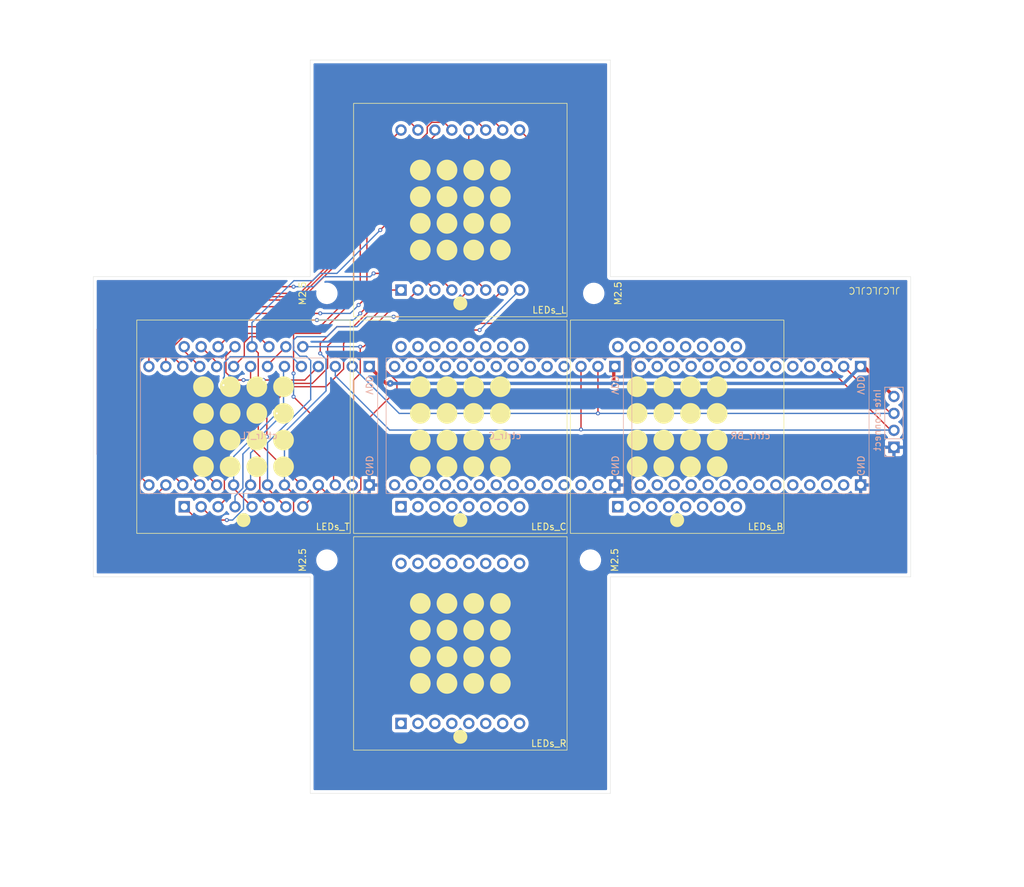
<source format=kicad_pcb>
(kicad_pcb (version 20241229) (generator "pcbnew") (generator_version "9.0")
  (layers (0 "F.Cu" signal) (2 "B.Cu" signal) (13 "F.Paste" user) (15 "B.Paste" user) (5 "F.SilkS" user "F.Silkscreen") (7 "B.SilkS" user "B.Silkscreen") (1 "F.Mask" user) (3 "B.Mask" user) (25 "Edge.Cuts" user))
  (net 0 "")
  (net 1 "GND")
  (net 2 "/SDA")
  (net 3 "+5V")
  (net 4 "/SCL")
  (net 5 "Net-(U1-A4)")
  (net 6 "Net-(U1-C0)")
  (net 7 "Net-(U1-A1)")
  (net 8 "Net-(U1-A7)")
  (net 9 "Net-(U1-C3)")
  (net 10 "Net-(U1-C7)")
  (net 11 "Net-(U1-A2)")
  (net 12 "Net-(U1-A0)")
  (net 13 "Net-(U1-A5)")
  (net 14 "Net-(U1-C5)")
  (net 15 "Net-(U1-C2)")
  (net 16 "Net-(U1-C4)")
  (net 17 "Net-(U1-A3)")
  (net 18 "Net-(U1-C1)")
  (net 19 "Net-(U1-C6)")
  (net 20 "Net-(U1-A6)")
  (net 21 "Net-(U3-C7)")
  (net 22 "Net-(U3-C6)")
  (net 23 "Net-(U3-C3)")
  (net 24 "Net-(U3-A12)")
  (net 25 "Net-(U3-A13)")
  (net 26 "Net-(U3-C5)")
  (net 27 "Net-(U3-C2)")
  (net 28 "Net-(U3-C1)")
  (net 29 "Net-(U3-C4)")
  (net 30 "Net-(U3-A10)")
  (net 31 "Net-(U3-C0)")
  (net 32 "Net-(U3-A11)")
  (net 33 "Net-(U3-A15)")
  (net 34 "Net-(U3-A8)")
  (net 35 "Net-(U3-A9)")
  (net 36 "Net-(U3-A14)")
  (net 37 "Net-(U3-A7)")
  (net 38 "Net-(U3-A0)")
  (net 39 "Net-(U3-A1)")
  (net 40 "Net-(U3-A2)")
  (net 41 "Net-(U3-A4)")
  (net 42 "Net-(U3-A6)")
  (net 43 "Net-(U3-A5)")
  (net 44 "Net-(U3-A3)")
  (net 45 "Net-(U1-A8)")
  (net 46 "Net-(U1-A11)")
  (net 47 "Net-(U1-A13)")
  (net 48 "Net-(U1-A12)")
  (net 49 "Net-(U1-A10)")
  (net 50 "Net-(U1-A15)")
  (net 51 "Net-(U1-A9)")
  (net 52 "Net-(U1-A14)")
  (net 53 "Net-(U7-C6)")
  (net 54 "Net-(U7-C7)")
  (net 55 "Net-(U7-A2)")
  (net 56 "Net-(U7-A6)")
  (net 57 "Net-(U7-C5)")
  (net 58 "Net-(U7-A1)")
  (net 59 "Net-(U7-A3)")
  (net 60 "Net-(U7-C1)")
  (net 61 "Net-(U7-C0)")
  (net 62 "Net-(U7-A0)")
  (net 63 "Net-(U7-C3)")
  (net 64 "Net-(U7-C2)")
  (net 65 "Net-(U7-A5)")
  (net 66 "Net-(U7-C4)")
  (net 67 "Net-(U7-A7)")
  (net 68 "Net-(U7-A4)")
  (footprint "lib_pharmacy:KWM-30881" (layer "F.Cu") (at 138.5 118.5)
    (property "Reference" "U5")
    (property "Value" "LEDs_R" (at 16 15 0) (layer "F.SilkS") (effects (justify right)))
    (pad "1" thru_hole rect (at -8.89 12 90) (size 1.7 1.7) (drill 1) (layers "*.Cu" "*.Mask") (net 29 "Net-(U3-C4)"))
    (pad "2" thru_hole circle (at -6.35 12 90) (size 1.7 1.7) (drill 1) (layers "*.Cu" "*.Mask") (net 22 "Net-(U3-C6)"))
    (pad "3" thru_hole circle (at -3.81 12 90) (size 1.7 1.7) (drill 1) (layers "*.Cu" "*.Mask") (net 39 "Net-(U3-A1)"))
    (pad "4" thru_hole circle (at -1.27 12 90) (size 1.7 1.7) (drill 1) (layers "*.Cu" "*.Mask") (net 40 "Net-(U3-A2)"))
    (pad "5" thru_hole circle (at 1.27 12 90) (size 1.7 1.7) (drill 1) (layers "*.Cu" "*.Mask") (net 21 "Net-(U3-C7)"))
    (pad "6" thru_hole circle (at 3.81 12 90) (size 1.7 1.7) (drill 1) (layers "*.Cu" "*.Mask") (net 41 "Net-(U3-A4)"))
    (pad "7" thru_hole circle (at 6.35 12 90) (size 1.7 1.7) (drill 1) (layers "*.Cu" "*.Mask") (net 26 "Net-(U3-C5)"))
    (pad "8" thru_hole circle (at 8.89 12 90) (size 1.7 1.7) (drill 1) (layers "*.Cu" "*.Mask") (net 27 "Net-(U3-C2)"))
    (pad "9" thru_hole circle (at 8.89 -12 90) (size 1.7 1.7) (drill 1) (layers "*.Cu" "*.Mask") (net 31 "Net-(U3-C0)"))
    (pad "10" thru_hole circle (at 6.35 -12 90) (size 1.7 1.7) (drill 1) (layers "*.Cu" "*.Mask") (net 44 "Net-(U3-A3)"))
    (pad "11" thru_hole circle (at 3.81 -12 90) (size 1.7 1.7) (drill 1) (layers "*.Cu" "*.Mask") (net 43 "Net-(U3-A5)"))
    (pad "12" thru_hole circle (at 1.27 -12 90) (size 1.7 1.7) (drill 1) (layers "*.Cu" "*.Mask") (net 23 "Net-(U3-C3)"))
    (pad "13" thru_hole circle (at -1.27 -12 90) (size 1.7 1.7) (drill 1) (layers "*.Cu" "*.Mask") (net 38 "Net-(U3-A0)"))
    (pad "14" thru_hole circle (at -3.81 -12 90) (size 1.7 1.7) (drill 1) (layers "*.Cu" "*.Mask") (net 28 "Net-(U3-C1)"))
    (pad "15" thru_hole circle (at -6.35 -12 90) (size 1.7 1.7) (drill 1) (layers "*.Cu" "*.Mask") (net 42 "Net-(U3-A6)"))
    (pad "16" thru_hole circle (at -8.89 -12 90) (size 1.7 1.7) (drill 1) (layers "*.Cu" "*.Mask") (net 37 "Net-(U3-A7)"))
  )
  (footprint "MountingHole:MountingHole_2.7mm_M2.5" (layer "F.Cu") (at 118.5 106 -90)
    (property "Reference" "H3" (hide yes))
    (property "Value" "M2.5" (at 0 3.65 90) (layer "F.SilkS"))
    (pad "" np_thru_hole circle (at 0 0 270) (size 2.7 2.7) (drill 2.7) (layers "*.Cu" "*.Mask"))
  )
  (footprint "lib_pharmacy:KWM-30881" (layer "F.Cu") (at 138.5 53.5)
    (property "Reference" "U6")
    (property "Value" "LEDs_L" (at 16 15 0) (layer "F.SilkS") (effects (justify right)))
    (pad "1" thru_hole rect (at -8.89 12 90) (size 1.7 1.7) (drill 1) (layers "*.Cu" "*.Mask") (net 16 "Net-(U1-C4)"))
    (pad "2" thru_hole circle (at -6.35 12 90) (size 1.7 1.7) (drill 1) (layers "*.Cu" "*.Mask") (net 19 "Net-(U1-C6)"))
    (pad "3" thru_hole circle (at -3.81 12 90) (size 1.7 1.7) (drill 1) (layers "*.Cu" "*.Mask") (net 51 "Net-(U1-A9)"))
    (pad "4" thru_hole circle (at -1.27 12 90) (size 1.7 1.7) (drill 1) (layers "*.Cu" "*.Mask") (net 49 "Net-(U1-A10)"))
    (pad "5" thru_hole circle (at 1.27 12 90) (size 1.7 1.7) (drill 1) (layers "*.Cu" "*.Mask") (net 10 "Net-(U1-C7)"))
    (pad "6" thru_hole circle (at 3.81 12 90) (size 1.7 1.7) (drill 1) (layers "*.Cu" "*.Mask") (net 48 "Net-(U1-A12)"))
    (pad "7" thru_hole circle (at 6.35 12 90) (size 1.7 1.7) (drill 1) (layers "*.Cu" "*.Mask") (net 14 "Net-(U1-C5)"))
    (pad "8" thru_hole circle (at 8.89 12 90) (size 1.7 1.7) (drill 1) (layers "*.Cu" "*.Mask") (net 15 "Net-(U1-C2)"))
    (pad "9" thru_hole circle (at 8.89 -12 90) (size 1.7 1.7) (drill 1) (layers "*.Cu" "*.Mask") (net 6 "Net-(U1-C0)"))
    (pad "10" thru_hole circle (at 6.35 -12 90) (size 1.7 1.7) (drill 1) (layers "*.Cu" "*.Mask") (net 46 "Net-(U1-A11)"))
    (pad "11" thru_hole circle (at 3.81 -12 90) (size 1.7 1.7) (drill 1) (layers "*.Cu" "*.Mask") (net 47 "Net-(U1-A13)"))
    (pad "12" thru_hole circle (at 1.27 -12 90) (size 1.7 1.7) (drill 1) (layers "*.Cu" "*.Mask") (net 9 "Net-(U1-C3)"))
    (pad "13" thru_hole circle (at -1.27 -12 90) (size 1.7 1.7) (drill 1) (layers "*.Cu" "*.Mask") (net 45 "Net-(U1-A8)"))
    (pad "14" thru_hole circle (at -3.81 -12 90) (size 1.7 1.7) (drill 1) (layers "*.Cu" "*.Mask") (net 18 "Net-(U1-C1)"))
    (pad "15" thru_hole circle (at -6.35 -12 90) (size 1.7 1.7) (drill 1) (layers "*.Cu" "*.Mask") (net 52 "Net-(U1-A14)"))
    (pad "16" thru_hole circle (at -8.89 -12 90) (size 1.7 1.7) (drill 1) (layers "*.Cu" "*.Mask") (net 50 "Net-(U1-A15)"))
  )
  (footprint "MountingHole:MountingHole_2.7mm_M2.5" (layer "F.Cu") (at 158 106 90)
    (property "Reference" "H4" (hide yes))
    (property "Value" "M2.5" (at 0 3.65 90) (layer "F.SilkS"))
    (pad "" np_thru_hole circle (at 0 0 90) (size 2.7 2.7) (drill 2.7) (layers "*.Cu" "*.Mask"))
  )
  (footprint "lib_pharmacy:KWM-30881" (layer "F.Cu") (at 138.5 86)
    (property "Reference" "U9")
    (property "Value" "LEDs_C" (at 16 15 0) (layer "F.SilkS") (effects (justify right)))
    (pad "1" thru_hole rect (at -8.89 12 90) (size 1.7 1.7) (drill 1) (layers "*.Cu" "*.Mask") (net 66 "Net-(U7-C4)"))
    (pad "2" thru_hole circle (at -6.35 12 90) (size 1.7 1.7) (drill 1) (layers "*.Cu" "*.Mask") (net 53 "Net-(U7-C6)"))
    (pad "3" thru_hole circle (at -3.81 12 90) (size 1.7 1.7) (drill 1) (layers "*.Cu" "*.Mask") (net 58 "Net-(U7-A1)"))
    (pad "4" thru_hole circle (at -1.27 12 90) (size 1.7 1.7) (drill 1) (layers "*.Cu" "*.Mask") (net 55 "Net-(U7-A2)"))
    (pad "5" thru_hole circle (at 1.27 12 90) (size 1.7 1.7) (drill 1) (layers "*.Cu" "*.Mask") (net 54 "Net-(U7-C7)"))
    (pad "6" thru_hole circle (at 3.81 12 90) (size 1.7 1.7) (drill 1) (layers "*.Cu" "*.Mask") (net 68 "Net-(U7-A4)"))
    (pad "7" thru_hole circle (at 6.35 12 90) (size 1.7 1.7) (drill 1) (layers "*.Cu" "*.Mask") (net 57 "Net-(U7-C5)"))
    (pad "8" thru_hole circle (at 8.89 12 90) (size 1.7 1.7) (drill 1) (layers "*.Cu" "*.Mask") (net 64 "Net-(U7-C2)"))
    (pad "9" thru_hole circle (at 8.89 -12 90) (size 1.7 1.7) (drill 1) (layers "*.Cu" "*.Mask") (net 61 "Net-(U7-C0)"))
    (pad "10" thru_hole circle (at 6.35 -12 90) (size 1.7 1.7) (drill 1) (layers "*.Cu" "*.Mask") (net 59 "Net-(U7-A3)"))
    (pad "11" thru_hole circle (at 3.81 -12 90) (size 1.7 1.7) (drill 1) (layers "*.Cu" "*.Mask") (net 65 "Net-(U7-A5)"))
    (pad "12" thru_hole circle (at 1.27 -12 90) (size 1.7 1.7) (drill 1) (layers "*.Cu" "*.Mask") (net 63 "Net-(U7-C3)"))
    (pad "13" thru_hole circle (at -1.27 -12 90) (size 1.7 1.7) (drill 1) (layers "*.Cu" "*.Mask") (net 62 "Net-(U7-A0)"))
    (pad "14" thru_hole circle (at -3.81 -12 90) (size 1.7 1.7) (drill 1) (layers "*.Cu" "*.Mask") (net 60 "Net-(U7-C1)"))
    (pad "15" thru_hole circle (at -6.35 -12 90) (size 1.7 1.7) (drill 1) (layers "*.Cu" "*.Mask") (net 56 "Net-(U7-A6)"))
    (pad "16" thru_hole circle (at -8.89 -12 90) (size 1.7 1.7) (drill 1) (layers "*.Cu" "*.Mask") (net 67 "Net-(U7-A7)"))
  )
  (footprint "MountingHole:MountingHole_2.7mm_M2.5" (layer "F.Cu") (at 158.5 66 90)
    (property "Reference" "H2" (hide yes))
    (property "Value" "M2.5" (at 0 3.65 90) (layer "F.SilkS"))
    (pad "" np_thru_hole circle (at 0 0 90) (size 2.7 2.7) (drill 2.7) (layers "*.Cu" "*.Mask"))
  )
  (footprint "lib_pharmacy:KWM-30881" (layer "F.Cu") (at 106 86)
    (property "Reference" "U2")
    (property "Value" "LEDs_T" (at 16 15 0) (layer "F.SilkS") (effects (justify right)))
    (pad "1" thru_hole rect (at -8.89 12 90) (size 1.7 1.7) (drill 1) (layers "*.Cu" "*.Mask") (net 16 "Net-(U1-C4)"))
    (pad "2" thru_hole circle (at -6.35 12 90) (size 1.7 1.7) (drill 1) (layers "*.Cu" "*.Mask") (net 19 "Net-(U1-C6)"))
    (pad "3" thru_hole circle (at -3.81 12 90) (size 1.7 1.7) (drill 1) (layers "*.Cu" "*.Mask") (net 7 "Net-(U1-A1)"))
    (pad "4" thru_hole circle (at -1.27 12 90) (size 1.7 1.7) (drill 1) (layers "*.Cu" "*.Mask") (net 11 "Net-(U1-A2)"))
    (pad "5" thru_hole circle (at 1.27 12 90) (size 1.7 1.7) (drill 1) (layers "*.Cu" "*.Mask") (net 10 "Net-(U1-C7)"))
    (pad "6" thru_hole circle (at 3.81 12 90) (size 1.7 1.7) (drill 1) (layers "*.Cu" "*.Mask") (net 5 "Net-(U1-A4)"))
    (pad "7" thru_hole circle (at 6.35 12 90) (size 1.7 1.7) (drill 1) (layers "*.Cu" "*.Mask") (net 14 "Net-(U1-C5)"))
    (pad "8" thru_hole circle (at 8.89 12 90) (size 1.7 1.7) (drill 1) (layers "*.Cu" "*.Mask") (net 15 "Net-(U1-C2)"))
    (pad "9" thru_hole circle (at 8.89 -12 90) (size 1.7 1.7) (drill 1) (layers "*.Cu" "*.Mask") (net 6 "Net-(U1-C0)"))
    (pad "10" thru_hole circle (at 6.35 -12 90) (size 1.7 1.7) (drill 1) (layers "*.Cu" "*.Mask") (net 17 "Net-(U1-A3)"))
    (pad "11" thru_hole circle (at 3.81 -12 90) (size 1.7 1.7) (drill 1) (layers "*.Cu" "*.Mask") (net 13 "Net-(U1-A5)"))
    (pad "12" thru_hole circle (at 1.27 -12 90) (size 1.7 1.7) (drill 1) (layers "*.Cu" "*.Mask") (net 9 "Net-(U1-C3)"))
    (pad "13" thru_hole circle (at -1.27 -12 90) (size 1.7 1.7) (drill 1) (layers "*.Cu" "*.Mask") (net 12 "Net-(U1-A0)"))
    (pad "14" thru_hole circle (at -3.81 -12 90) (size 1.7 1.7) (drill 1) (layers "*.Cu" "*.Mask") (net 18 "Net-(U1-C1)"))
    (pad "15" thru_hole circle (at -6.35 -12 90) (size 1.7 1.7) (drill 1) (layers "*.Cu" "*.Mask") (net 20 "Net-(U1-A6)"))
    (pad "16" thru_hole circle (at -8.89 -12 90) (size 1.7 1.7) (drill 1) (layers "*.Cu" "*.Mask") (net 8 "Net-(U1-A7)"))
  )
  (footprint "MountingHole:MountingHole_2.7mm_M2.5" (layer "F.Cu") (at 118.5 66 -90)
    (property "Reference" "H1" (hide yes))
    (property "Value" "M2.5" (at 0 3.65 90) (layer "F.SilkS"))
    (pad "" np_thru_hole circle (at 0 0 270) (size 2.7 2.7) (drill 2.7) (layers "*.Cu" "*.Mask"))
  )
  (footprint "lib_pharmacy:KWM-30881" (layer "F.Cu") (at 171 86)
    (property "Reference" "U4")
    (property "Value" "LEDs_B" (at 16 15 0) (layer "F.SilkS") (effects (justify right)))
    (pad "1" thru_hole rect (at -8.89 12 90) (size 1.7 1.7) (drill 1) (layers "*.Cu" "*.Mask") (net 29 "Net-(U3-C4)"))
    (pad "2" thru_hole circle (at -6.35 12 90) (size 1.7 1.7) (drill 1) (layers "*.Cu" "*.Mask") (net 22 "Net-(U3-C6)"))
    (pad "3" thru_hole circle (at -3.81 12 90) (size 1.7 1.7) (drill 1) (layers "*.Cu" "*.Mask") (net 35 "Net-(U3-A9)"))
    (pad "4" thru_hole circle (at -1.27 12 90) (size 1.7 1.7) (drill 1) (layers "*.Cu" "*.Mask") (net 30 "Net-(U3-A10)"))
    (pad "5" thru_hole circle (at 1.27 12 90) (size 1.7 1.7) (drill 1) (layers "*.Cu" "*.Mask") (net 21 "Net-(U3-C7)"))
    (pad "6" thru_hole circle (at 3.81 12 90) (size 1.7 1.7) (drill 1) (layers "*.Cu" "*.Mask") (net 24 "Net-(U3-A12)"))
    (pad "7" thru_hole circle (at 6.35 12 90) (size 1.7 1.7) (drill 1) (layers "*.Cu" "*.Mask") (net 26 "Net-(U3-C5)"))
    (pad "8" thru_hole circle (at 8.89 12 90) (size 1.7 1.7) (drill 1) (layers "*.Cu" "*.Mask") (net 27 "Net-(U3-C2)"))
    (pad "9" thru_hole circle (at 8.89 -12 90) (size 1.7 1.7) (drill 1) (layers "*.Cu" "*.Mask") (net 31 "Net-(U3-C0)"))
    (pad "10" thru_hole circle (at 6.35 -12 90) (size 1.7 1.7) (drill 1) (layers "*.Cu" "*.Mask") (net 32 "Net-(U3-A11)"))
    (pad "11" thru_hole circle (at 3.81 -12 90) (size 1.7 1.7) (drill 1) (layers "*.Cu" "*.Mask") (net 25 "Net-(U3-A13)"))
    (pad "12" thru_hole circle (at 1.27 -12 90) (size 1.7 1.7) (drill 1) (layers "*.Cu" "*.Mask") (net 23 "Net-(U3-C3)"))
    (pad "13" thru_hole circle (at -1.27 -12 90) (size 1.7 1.7) (drill 1) (layers "*.Cu" "*.Mask") (net 34 "Net-(U3-A8)"))
    (pad "14" thru_hole circle (at -3.81 -12 90) (size 1.7 1.7) (drill 1) (layers "*.Cu" "*.Mask") (net 28 "Net-(U3-C1)"))
    (pad "15" thru_hole circle (at -6.35 -12 90) (size 1.7 1.7) (drill 1) (layers "*.Cu" "*.Mask") (net 36 "Net-(U3-A14)"))
    (pad "16" thru_hole circle (at -8.89 -12 90) (size 1.7 1.7) (drill 1) (layers "*.Cu" "*.Mask") (net 33 "Net-(U3-A15)"))
  )
  (footprint "lib_pharmacy:HT16K33" (layer "B.Cu") (at 161.67 94.742 180)
    (property "Reference" "U7")
    (property "Value" "ctrlr_C" (at 16.51 7.39 0) (layer "B.SilkS") (effects (justify mirror)))
    (fp_text user "GND" (at 0 1.27 270) (layer "B.SilkS") (effects (justify left mirror)))
    (fp_text user "VDD" (at 0 16.51 270) (layer "B.SilkS") (effects (justify right mirror)))
    (pad "1" thru_hole rect (at 0 0 90) (size 1.7 1.7) (drill 1) (layers "*.Cu" "*.Mask") (net 1 "GND"))
    (pad "2" thru_hole circle (at 2.54 0 90) (size 1.7 1.7) (drill 1) (layers "*.Cu" "*.Mask") (net 61 "Net-(U7-C0)"))
    (pad "3" thru_hole circle (at 5.08 0 90) (size 1.7 1.7) (drill 1) (layers "*.Cu" "*.Mask") (net 60 "Net-(U7-C1)"))
    (pad "4" thru_hole circle (at 7.62 0 90) (size 1.7 1.7) (drill 1) (layers "*.Cu" "*.Mask") (net 64 "Net-(U7-C2)"))
    (pad "5" thru_hole circle (at 10.16 0 90) (size 1.7 1.7) (drill 1) (layers "*.Cu" "*.Mask") (net 63 "Net-(U7-C3)"))
    (pad "6" thru_hole circle (at 12.7 0 90) (size 1.7 1.7) (drill 1) (layers "*.Cu" "*.Mask") (net 66 "Net-(U7-C4)"))
    (pad "7" thru_hole circle (at 15.24 0 90) (size 1.7 1.7) (drill 1) (layers "*.Cu" "*.Mask") (net 57 "Net-(U7-C5)"))
    (pad "8" thru_hole circle (at 17.78 0 90) (size 1.7 1.7) (drill 1) (layers "*.Cu" "*.Mask") (net 53 "Net-(U7-C6)"))
    (pad "9" thru_hole circle (at 20.32 0 90) (size 1.7 1.7) (drill 1) (layers "*.Cu" "*.Mask") (net 54 "Net-(U7-C7)"))
    (pad "10" thru_hole circle (at 22.86 0 90) (size 1.7 1.7) (drill 1) (layers "*.Cu" "*.Mask"))
    (pad "11" thru_hole circle (at 25.4 0 90) (size 1.7 1.7) (drill 1) (layers "*.Cu" "*.Mask"))
    (pad "12" thru_hole circle (at 27.94 0 90) (size 1.7 1.7) (drill 1) (layers "*.Cu" "*.Mask"))
    (pad "13" thru_hole circle (at 30.48 0 90) (size 1.7 1.7) (drill 1) (layers "*.Cu" "*.Mask"))
    (pad "14" thru_hole circle (at 33.02 0 90) (size 1.7 1.7) (drill 1) (layers "*.Cu" "*.Mask"))
    (pad "15" thru_hole circle (at 33.02 17.78 90) (size 1.7 1.7) (drill 1) (layers "*.Cu" "*.Mask"))
    (pad "16" thru_hole circle (at 30.48 17.78 90) (size 1.7 1.7) (drill 1) (layers "*.Cu" "*.Mask"))
    (pad "17" thru_hole circle (at 27.94 17.78 90) (size 1.7 1.7) (drill 1) (layers "*.Cu" "*.Mask"))
    (pad "18" thru_hole circle (at 25.4 17.78 90) (size 1.7 1.7) (drill 1) (layers "*.Cu" "*.Mask") (net 67 "Net-(U7-A7)"))
    (pad "19" thru_hole circle (at 22.86 17.78 90) (size 1.7 1.7) (drill 1) (layers "*.Cu" "*.Mask") (net 56 "Net-(U7-A6)"))
    (pad "20" thru_hole circle (at 20.32 17.78 90) (size 1.7 1.7) (drill 1) (layers "*.Cu" "*.Mask") (net 65 "Net-(U7-A5)"))
    (pad "21" thru_hole circle (at 17.78 17.78 90) (size 1.7 1.7) (drill 1) (layers "*.Cu" "*.Mask") (net 68 "Net-(U7-A4)"))
    (pad "22" thru_hole circle (at 15.24 17.78 90) (size 1.7 1.7) (drill 1) (layers "*.Cu" "*.Mask") (net 59 "Net-(U7-A3)"))
    (pad "23" thru_hole circle (at 12.7 17.78 90) (size 1.7 1.7) (drill 1) (layers "*.Cu" "*.Mask") (net 55 "Net-(U7-A2)"))
    (pad "24" thru_hole circle (at 10.16 17.78 90) (size 1.7 1.7) (drill 1) (layers "*.Cu" "*.Mask") (net 58 "Net-(U7-A1)"))
    (pad "25" thru_hole circle (at 7.62 17.78 90) (size 1.7 1.7) (drill 1) (layers "*.Cu" "*.Mask") (net 62 "Net-(U7-A0)"))
    (pad "26" thru_hole circle (at 5.08 17.78 90) (size 1.7 1.7) (drill 1) (layers "*.Cu" "*.Mask") (net 4 "/SCL"))
    (pad "27" thru_hole circle (at 2.54 17.78 90) (size 1.7 1.7) (drill 1) (layers "*.Cu" "*.Mask") (net 2 "/SDA"))
    (pad "28" thru_hole rect (at 0 17.78 90) (size 1.7 1.7) (drill 1) (layers "*.Cu" "*.Mask") (net 3 "+5V"))
  )
  (footprint "lib_pharmacy:HT16K33" (layer "B.Cu") (at 124.84 94.742 180)
    (property "Reference" "U1")
    (property "Value" "ctrlr_TL" (at 16.51 7.39 0) (layer "B.SilkS") (effects (justify mirror)))
    (fp_text user "VDD" (at 0 16.51 270) (layer "B.SilkS") (effects (justify right mirror)))
    (fp_text user "GND" (at 0 1.27 270) (layer "B.SilkS") (effects (justify left mirror)))
    (pad "1" thru_hole rect (at 0 0 90) (size 1.7 1.7) (drill 1) (layers "*.Cu" "*.Mask") (net 1 "GND"))
    (pad "2" thru_hole circle (at 2.54 0 90) (size 1.7 1.7) (drill 1) (layers "*.Cu" "*.Mask") (net 6 "Net-(U1-C0)"))
    (pad "3" thru_hole circle (at 5.08 0 90) (size 1.7 1.7) (drill 1) (layers "*.Cu" "*.Mask") (net 18 "Net-(U1-C1)"))
    (pad "4" thru_hole circle (at 7.62 0 90) (size 1.7 1.7) (drill 1) (layers "*.Cu" "*.Mask") (net 15 "Net-(U1-C2)"))
    (pad "5" thru_hole circle (at 10.16 0 90) (size 1.7 1.7) (drill 1) (layers "*.Cu" "*.Mask") (net 9 "Net-(U1-C3)"))
    (pad "6" thru_hole circle (at 12.7 0 90) (size 1.7 1.7) (drill 1) (layers "*.Cu" "*.Mask") (net 16 "Net-(U1-C4)"))
    (pad "7" thru_hole circle (at 15.24 0 90) (size 1.7 1.7) (drill 1) (layers "*.Cu" "*.Mask") (net 14 "Net-(U1-C5)"))
    (pad "8" thru_hole circle (at 17.78 0 90) (size 1.7 1.7) (drill 1) (layers "*.Cu" "*.Mask") (net 19 "Net-(U1-C6)"))
    (pad "9" thru_hole circle (at 20.32 0 90) (size 1.7 1.7) (drill 1) (layers "*.Cu" "*.Mask") (net 10 "Net-(U1-C7)"))
    (pad "10" thru_hole circle (at 22.86 0 90) (size 1.7 1.7) (drill 1) (layers "*.Cu" "*.Mask") (net 50 "Net-(U1-A15)"))
    (pad "11" thru_hole circle (at 25.4 0 90) (size 1.7 1.7) (drill 1) (layers "*.Cu" "*.Mask") (net 52 "Net-(U1-A14)"))
    (pad "12" thru_hole circle (at 27.94 0 90) (size 1.7 1.7) (drill 1) (layers "*.Cu" "*.Mask") (net 47 "Net-(U1-A13)"))
    (pad "13" thru_hole circle (at 30.48 0 90) (size 1.7 1.7) (drill 1) (layers "*.Cu" "*.Mask") (net 48 "Net-(U1-A12)"))
    (pad "14" thru_hole circle (at 33.02 0 90) (size 1.7 1.7) (drill 1) (layers "*.Cu" "*.Mask") (net 46 "Net-(U1-A11)"))
    (pad "15" thru_hole circle (at 33.02 17.78 90) (size 1.7 1.7) (drill 1) (layers "*.Cu" "*.Mask") (net 49 "Net-(U1-A10)"))
    (pad "16" thru_hole circle (at 30.48 17.78 90) (size 1.7 1.7) (drill 1) (layers "*.Cu" "*.Mask") (net 51 "Net-(U1-A9)"))
    (pad "17" thru_hole circle (at 27.94 17.78 90) (size 1.7 1.7) (drill 1) (layers "*.Cu" "*.Mask") (net 45 "Net-(U1-A8)"))
    (pad "18" thru_hole circle (at 25.4 17.78 90) (size 1.7 1.7) (drill 1) (layers "*.Cu" "*.Mask") (net 8 "Net-(U1-A7)"))
    (pad "19" thru_hole circle (at 22.86 17.78 90) (size 1.7 1.7) (drill 1) (layers "*.Cu" "*.Mask") (net 20 "Net-(U1-A6)"))
    (pad "20" thru_hole circle (at 20.32 17.78 90) (size 1.7 1.7) (drill 1) (layers "*.Cu" "*.Mask") (net 13 "Net-(U1-A5)"))
    (pad "21" thru_hole circle (at 17.78 17.78 90) (size 1.7 1.7) (drill 1) (layers "*.Cu" "*.Mask") (net 5 "Net-(U1-A4)"))
    (pad "22" thru_hole circle (at 15.24 17.78 90) (size 1.7 1.7) (drill 1) (layers "*.Cu" "*.Mask") (net 17 "Net-(U1-A3)"))
    (pad "23" thru_hole circle (at 12.7 17.78 90) (size 1.7 1.7) (drill 1) (layers "*.Cu" "*.Mask") (net 11 "Net-(U1-A2)"))
    (pad "24" thru_hole circle (at 10.16 17.78 90) (size 1.7 1.7) (drill 1) (layers "*.Cu" "*.Mask") (net 7 "Net-(U1-A1)"))
    (pad "25" thru_hole circle (at 7.62 17.78 90) (size 1.7 1.7) (drill 1) (layers "*.Cu" "*.Mask") (net 12 "Net-(U1-A0)"))
    (pad "26" thru_hole circle (at 5.08 17.78 90) (size 1.7 1.7) (drill 1) (layers "*.Cu" "*.Mask") (net 4 "/SCL"))
    (pad "27" thru_hole circle (at 2.54 17.78 90) (size 1.7 1.7) (drill 1) (layers "*.Cu" "*.Mask") (net 2 "/SDA"))
    (pad "28" thru_hole rect (at 0 17.78 90) (size 1.7 1.7) (drill 1) (layers "*.Cu" "*.Mask") (net 3 "+5V"))
  )
  (footprint "Connector_PinHeader_2.54mm:PinHeader_1x04_P2.54mm_Vertical" (layer "B.Cu") (at 203.5 89.08)
    (property "Reference" "J2")
    (property "Value" "Interconnect" (at -2.5 -4.08 90) (layer "B.SilkS") (effects (justify mirror)))
    (pad "1" thru_hole rect (at 0 0) (size 1.7 1.7) (drill 1) (layers "*.Cu" "*.Mask") (net 1 "GND"))
    (pad "2" thru_hole circle (at 0 -2.54) (size 1.7 1.7) (drill 1) (layers "*.Cu" "*.Mask") (net 4 "/SCL"))
    (pad "3" thru_hole circle (at 0 -5.08) (size 1.7 1.7) (drill 1) (layers "*.Cu" "*.Mask") (net 2 "/SDA"))
    (pad "4" thru_hole circle (at 0 -7.62) (size 1.7 1.7) (drill 1) (layers "*.Cu" "*.Mask") (net 3 "+5V"))
  )
  (footprint "lib_pharmacy:HT16K33" (layer "B.Cu") (at 198.5 94.742 180)
    (property "Reference" "U3")
    (property "Value" "ctrlr_BR" (at 16.51 7.39 0) (layer "B.SilkS") (effects (justify mirror)))
    (fp_text user "GND" (at 0 1.27 270) (layer "B.SilkS") (effects (justify left mirror)))
    (fp_text user "VDD" (at 0 16.51 270) (layer "B.SilkS") (effects (justify right mirror)))
    (pad "1" thru_hole rect (at 0 0 90) (size 1.7 1.7) (drill 1) (layers "*.Cu" "*.Mask") (net 1 "GND"))
    (pad "2" thru_hole circle (at 2.54 0 90) (size 1.7 1.7) (drill 1) (layers "*.Cu" "*.Mask") (net 31 "Net-(U3-C0)"))
    (pad "3" thru_hole circle (at 5.08 0 90) (size 1.7 1.7) (drill 1) (layers "*.Cu" "*.Mask") (net 28 "Net-(U3-C1)"))
    (pad "4" thru_hole circle (at 7.62 0 90) (size 1.7 1.7) (drill 1) (layers "*.Cu" "*.Mask") (net 27 "Net-(U3-C2)"))
    (pad "5" thru_hole circle (at 10.16 0 90) (size 1.7 1.7) (drill 1) (layers "*.Cu" "*.Mask") (net 23 "Net-(U3-C3)"))
    (pad "6" thru_hole circle (at 12.7 0 90) (size 1.7 1.7) (drill 1) (layers "*.Cu" "*.Mask") (net 29 "Net-(U3-C4)"))
    (pad "7" thru_hole circle (at 15.24 0 90) (size 1.7 1.7) (drill 1) (layers "*.Cu" "*.Mask") (net 26 "Net-(U3-C5)"))
    (pad "8" thru_hole circle (at 17.78 0 90) (size 1.7 1.7) (drill 1) (layers "*.Cu" "*.Mask") (net 22 "Net-(U3-C6)"))
    (pad "9" thru_hole circle (at 20.32 0 90) (size 1.7 1.7) (drill 1) (layers "*.Cu" "*.Mask") (net 21 "Net-(U3-C7)"))
    (pad "10" thru_hole circle (at 22.86 0 90) (size 1.7 1.7) (drill 1) (layers "*.Cu" "*.Mask") (net 33 "Net-(U3-A15)"))
    (pad "11" thru_hole circle (at 25.4 0 90) (size 1.7 1.7) (drill 1) (layers "*.Cu" "*.Mask") (net 36 "Net-(U3-A14)"))
    (pad "12" thru_hole circle (at 27.94 0 90) (size 1.7 1.7) (drill 1) (layers "*.Cu" "*.Mask") (net 25 "Net-(U3-A13)"))
    (pad "13" thru_hole circle (at 30.48 0 90) (size 1.7 1.7) (drill 1) (layers "*.Cu" "*.Mask") (net 24 "Net-(U3-A12)"))
    (pad "14" thru_hole circle (at 33.02 0 90) (size 1.7 1.7) (drill 1) (layers "*.Cu" "*.Mask") (net 32 "Net-(U3-A11)"))
    (pad "15" thru_hole circle (at 33.02 17.78 90) (size 1.7 1.7) (drill 1) (layers "*.Cu" "*.Mask") (net 30 "Net-(U3-A10)"))
    (pad "16" thru_hole circle (at 30.48 17.78 90) (size 1.7 1.7) (drill 1) (layers "*.Cu" "*.Mask") (net 35 "Net-(U3-A9)"))
    (pad "17" thru_hole circle (at 27.94 17.78 90) (size 1.7 1.7) (drill 1) (layers "*.Cu" "*.Mask") (net 34 "Net-(U3-A8)"))
    (pad "18" thru_hole circle (at 25.4 17.78 90) (size 1.7 1.7) (drill 1) (layers "*.Cu" "*.Mask") (net 37 "Net-(U3-A7)"))
    (pad "19" thru_hole circle (at 22.86 17.78 90) (size 1.7 1.7) (drill 1) (layers "*.Cu" "*.Mask") (net 42 "Net-(U3-A6)"))
    (pad "20" thru_hole circle (at 20.32 17.78 90) (size 1.7 1.7) (drill 1) (layers "*.Cu" "*.Mask") (net 43 "Net-(U3-A5)"))
    (pad "21" thru_hole circle (at 17.78 17.78 90) (size 1.7 1.7) (drill 1) (layers "*.Cu" "*.Mask") (net 41 "Net-(U3-A4)"))
    (pad "22" thru_hole circle (at 15.24 17.78 90) (size 1.7 1.7) (drill 1) (layers "*.Cu" "*.Mask") (net 44 "Net-(U3-A3)"))
    (pad "23" thru_hole circle (at 12.7 17.78 90) (size 1.7 1.7) (drill 1) (layers "*.Cu" "*.Mask") (net 40 "Net-(U3-A2)"))
    (pad "24" thru_hole circle (at 10.16 17.78 90) (size 1.7 1.7) (drill 1) (layers "*.Cu" "*.Mask") (net 39 "Net-(U3-A1)"))
    (pad "25" thru_hole circle (at 7.62 17.78 90) (size 1.7 1.7) (drill 1) (layers "*.Cu" "*.Mask") (net 38 "Net-(U3-A0)"))
    (pad "26" thru_hole circle (at 5.08 17.78 90) (size 1.7 1.7) (drill 1) (layers "*.Cu" "*.Mask") (net 4 "/SCL"))
    (pad "27" thru_hole circle (at 2.54 17.78 90) (size 1.7 1.7) (drill 1) (layers "*.Cu" "*.Mask") (net 2 "/SDA"))
    (pad "28" thru_hole rect (at 0 17.78 90) (size 1.7 1.7) (drill 1) (layers "*.Cu" "*.Mask") (net 3 "+5V"))
  )
  (gr_line (start 83.5 108.5) (end 83.5 63.5) (stroke (width 0.05)) (layer "Edge.Cuts"))
  (gr_line (start 161 63.5) (end 206 63.5) (stroke (width 0.05)) (layer "Edge.Cuts"))
  (gr_line (start 161 141) (end 116 141) (stroke (width 0.05)) (layer "Edge.Cuts"))
  (gr_line (start 206 108.5) (end 161 108.5) (stroke (width 0.05)) (layer "Edge.Cuts"))
  (gr_line (start 116 108.5) (end 83.5 108.5) (stroke (width 0.05)) (layer "Edge.Cuts"))
  (gr_line (start 161 108.5) (end 161 141) (stroke (width 0.05)) (layer "Edge.Cuts"))
  (gr_line (start 206 63.5) (end 206 108.5) (stroke (width 0.05)) (layer "Edge.Cuts"))
  (gr_line (start 116 63.5) (end 116 31) (stroke (width 0.05)) (layer "Edge.Cuts"))
  (gr_line (start 116 31) (end 161 31) (stroke (width 0.05)) (layer "Edge.Cuts"))
  (gr_line (start 116 141) (end 116 108.5) (stroke (width 0.05)) (layer "Edge.Cuts"))
  (gr_line (start 83.5 63.5) (end 116 63.5) (stroke (width 0.05)) (layer "Edge.Cuts"))
  (gr_line (start 161 63.5) (end 161 31) (stroke (width 0.05)) (layer "Edge.Cuts"))
  (gr_text "JLCJLCJLC" (at 204.5 65 180) (layer "F.SilkS") (effects (font (size 1 1) (thickness 0.125)) (justify left bottom)))
  (segment (start 203.5 89.08) (end 203.5 89.742) (width 0.2) (layer "F.Cu") (net 1))
  (segment (start 202.998 84) (end 195.96 76.962) (width 0.2) (layer "F.Cu") (net 2))
  (segment (start 203.5 84) (end 202.998 84) (width 0.2) (layer "F.Cu") (net 2))
  (segment (start 159.13 84) (end 159.13 76.962) (width 0.2) (layer "F.Cu") (net 2))
  (via (at 159.13 84) (size 0.6) (drill 0.3) (layers "F.Cu" "B.Cu") (net 2))
  (segment (start 159.13 84) (end 203.5 84) (width 0.2) (layer "B.Cu") (net 2))
  (segment (start 159.13 84) (end 129.338 84) (width 0.2) (layer "B.Cu") (net 2))
  (segment (start 129.338 84) (end 122.3 76.962) (width 0.2) (layer "B.Cu") (net 2))
  (segment (start 128 79.5) (end 127.378 79.5) (width 0.5) (layer "F.Cu") (net 3))
  (segment (start 203.5 81.46) (end 199.002 76.962) (width 0.5) (layer "F.Cu") (net 3))
  (segment (start 199.002 76.962) (end 198.5 76.962) (width 0.5) (layer "F.Cu") (net 3))
  (segment (start 161.5 79.5) (end 161.5 77.132) (width 0.5) (layer "F.Cu") (net 3))
  (segment (start 161.5 77.132) (end 161.67 76.962) (width 0.5) (layer "F.Cu") (net 3))
  (segment (start 127.378 79.5) (end 124.84 76.962) (width 0.5) (layer "F.Cu") (net 3))
  (via (at 161.5 79.5) (size 1) (drill 0.3) (layers "F.Cu" "B.Cu") (net 3))
  (via (at 128 79.5) (size 1) (drill 0.3) (layers "F.Cu" "B.Cu") (net 3))
  (segment (start 195.962 79.5) (end 198.5 76.962) (width 0.5) (layer "B.Cu") (net 3))
  (segment (start 161.5 79.5) (end 128 79.5) (width 0.5) (layer "B.Cu") (net 3))
  (segment (start 161.5 79.5) (end 195.962 79.5) (width 0.5) (layer "B.Cu") (net 3))
  (segment (start 156.59 86.41) (end 156.59 76.962) (width 0.2) (layer "F.Cu") (net 4))
  (segment (start 203.5 86.54) (end 203.04 86.54) (width 0.2) (layer "F.Cu") (net 4))
  (segment (start 193.462 76.962) (end 193.42 76.962) (width 0.2) (layer "F.Cu") (net 4))
  (segment (start 203.04 86.54) (end 193.462 76.962) (width 0.2) (layer "F.Cu") (net 4))
  (via (at 156.59 86.41) (size 0.6) (drill 0.3) (layers "F.Cu" "B.Cu") (net 4))
  (segment (start 127.899 86.5) (end 119.76 78.361) (width 0.2) (layer "B.Cu") (net 4))
  (segment (start 203.46 86.5) (end 203.5 86.54) (width 0.2) (layer "B.Cu") (net 4))
  (segment (start 156.5 86.5) (end 127.899 86.5) (width 0.2) (layer "B.Cu") (net 4))
  (segment (start 119.76 78.361) (end 119.76 76.962) (width 0.2) (layer "B.Cu") (net 4))
  (segment (start 156.59 86.41) (end 156.5 86.5) (width 0.2) (layer "B.Cu") (net 4))
  (segment (start 156.59 86.41) (end 156.68 86.5) (width 0.2) (layer "B.Cu") (net 4))
  (segment (start 156.68 86.5) (end 203.46 86.5) (width 0.2) (layer "B.Cu") (net 4))
  (segment (start 107.06 76.962) (end 107.06 89.06) (width 0.2) (layer "F.Cu") (net 5))
  (segment (start 107.06 89.06) (end 108.449 90.449) (width 0.2) (layer "F.Cu") (net 5))
  (segment (start 108.449 96.639) (end 109.81 98) (width 0.2) (layer "F.Cu") (net 5))
  (segment (start 108.449 90.449) (end 108.449 96.639) (width 0.2) (layer "F.Cu") (net 5))
  (segment (start 122.5 94.542) (end 122.5 79) (width 0.2) (layer "F.Cu") (net 6))
  (segment (start 149.5 66.5) (end 149.5 43.61) (width 0.2) (layer "F.Cu") (net 6))
  (segment (start 122.5 79) (end 123.5 78) (width 0.2) (layer "F.Cu") (net 6))
  (segment (start 149.5 43.61) (end 147.39 41.5) (width 0.2) (layer "F.Cu") (net 6))
  (segment (start 122.3 94.742) (end 122.5 94.542) (width 0.2) (layer "F.Cu") (net 6))
  (segment (start 123.5 78) (end 123.5 74) (width 0.2) (layer "F.Cu") (net 6))
  (segment (start 123.5 74) (end 124 74) (width 0.2) (layer "F.Cu") (net 6))
  (segment (start 124 74) (end 127.5 70.5) (width 0.2) (layer "F.Cu") (net 6))
  (segment (start 127.5 70.5) (end 145.5 70.5) (width 0.2) (layer "F.Cu") (net 6))
  (segment (start 145.5 70.5) (end 149.5 66.5) (width 0.2) (layer "F.Cu") (net 6))
  (via (at 123.5 74) (size 0.6) (drill 0.3) (layers "F.Cu" "B.Cu") (net 6))
  (segment (start 114.89 74) (end 123.5 74) (width 0.2) (layer "B.Cu") (net 6))
  (segment (start 103.131 92.369) (end 103.131 97.059) (width 0.2) (layer "F.Cu") (net 7))
  (segment (start 103 92.238) (end 103.131 92.369) (width 0.2) (layer "F.Cu") (net 7))
  (segment (start 103 79.762) (end 103 92.238) (width 0.2) (layer "F.Cu") (net 7))
  (segment (start 103.131 97.059) (end 102.19 98) (width 0.2) (layer "F.Cu") (net 7))
  (via (at 103 79.762) (size 0.6) (drill 0.3) (layers "F.Cu" "B.Cu") (net 7))
  (segment (start 103.131 78.5) (end 103.131 76.369) (width 0.2) (layer "B.Cu") (net 7))
  (segment (start 103 78.631) (end 103.131 78.5) (width 0.2) (layer "B.Cu") (net 7))
  (segment (start 103.131 76.369) (end 104 75.5) (width 0.2) (layer "B.Cu") (net 7))
  (segment (start 104 75.5) (end 113.218 75.5) (width 0.2) (layer "B.Cu") (net 7))
  (segment (start 113.218 75.5) (end 114.68 76.962) (width 0.2) (layer "B.Cu") (net 7))
  (segment (start 103 79.762) (end 103 78.631) (width 0.2) (layer "B.Cu") (net 7))
  (segment (start 99.44 76.962) (end 97.11 74.632) (width 0.2) (layer "F.Cu") (net 8))
  (segment (start 97.11 74.632) (end 97.11 74) (width 0.2) (layer "F.Cu") (net 8))
  (segment (start 139.77 41.5) (end 139.77 43.23) (width 0.2) (layer "F.Cu") (net 9))
  (segment (start 108.211 88.273) (end 114.68 94.742) (width 0.2) (layer "F.Cu") (net 9))
  (segment (start 107.27 74) (end 108.211 74.941) (width 0.2) (layer "F.Cu") (net 9))
  (segment (start 139.77 43.23) (end 126.5 56.5) (width 0.2) (layer "F.Cu") (net 9))
  (segment (start 108.211 74.941) (end 108.211 88.273) (width 0.2) (layer "F.Cu") (net 9))
  (via (at 126.5 56.5) (size 0.6) (drill 0.3) (layers "F.Cu" "B.Cu") (net 9))
  (segment (start 107.27 70.380057) (end 113.549057 64.101) (width 0.2) (layer "B.Cu") (net 9))
  (segment (start 107.27 74) (end 107.27 70.380057) (width 0.2) (layer "B.Cu") (net 9))
  (segment (start 116.36545 64.101) (end 117.46645 63) (width 0.2) (layer "B.Cu") (net 9))
  (segment (start 113.549057 64.101) (end 116.36545 64.101) (width 0.2) (layer "B.Cu") (net 9))
  (segment (start 117.46645 63) (end 120 63) (width 0.2) (layer "B.Cu") (net 9))
  (segment (start 120 63) (end 126.5 56.5) (width 0.2) (layer "B.Cu") (net 9))
  (segment (start 107.27 98) (end 104.52 95.25) (width 0.2) (layer "F.Cu") (net 10))
  (segment (start 104.52 95.25) (end 104.52 94.742) (width 0.2) (layer "F.Cu") (net 10))
  (segment (start 121 77.34976) (end 121 73.5) (width 0.2) (layer "F.Cu") (net 10))
  (segment (start 111 82) (end 113 80) (width 0.2) (layer "F.Cu") (net 10))
  (segment (start 118.34976 80) (end 121 77.34976) (width 0.2) (layer "F.Cu") (net 10))
  (segment (start 123.5 73) (end 128 68.5) (width 0.2) (layer "F.Cu") (net 10))
  (segment (start 121 73.5) (end 121.5 73) (width 0.2) (layer "F.Cu") (net 10))
  (segment (start 111 84) (end 111 82) (width 0.2) (layer "F.Cu") (net 10))
  (segment (start 136.77 68.5) (end 139.77 65.5) (width 0.2) (layer "F.Cu") (net 10))
  (segment (start 128 68.5) (end 136.77 68.5) (width 0.2) (layer "F.Cu") (net 10))
  (segment (start 121.5 73) (end 123.5 73) (width 0.2) (layer "F.Cu") (net 10))
  (segment (start 113 80) (end 118.34976 80) (width 0.2) (layer "F.Cu") (net 10))
  (via (at 111 84) (size 0.6) (drill 0.3) (layers "F.Cu" "B.Cu") (net 10))
  (segment (start 104.52 90.48) (end 104.52 94.742) (width 0.2) (layer "B.Cu") (net 10))
  (segment (start 111 84) (end 104.52 90.48) (width 0.2) (layer "B.Cu") (net 10))
  (segment (start 104.73 96.39776) (end 105.909 95.21876) (width 0.2) (layer "B.Cu") (net 11))
  (segment (start 112 84) (end 112 77.102) (width 0.2) (layer "B.Cu") (net 11))
  (segment (start 112 77.102) (end 112.14 76.962) (width 0.2) (layer "B.Cu") (net 11))
  (segment (start 105.909 95.21876) (end 105.909 90.091) (width 0.2) (layer "B.Cu") (net 11))
  (segment (start 104.73 98) (end 104.73 96.39776) (width 0.2) (layer "B.Cu") (net 11))
  (segment (start 105.909 90.091) (end 112 84) (width 0.2) (layer "B.Cu") (net 11))
  (segment (start 109 79) (end 115.182 79) (width 0.2) (layer "F.Cu") (net 12))
  (segment (start 104.5 79) (end 106 79) (width 0.2) (layer "F.Cu") (net 12))
  (segment (start 103.5 78) (end 104.5 79) (width 0.2) (layer "F.Cu") (net 12))
  (segment (start 104.73 74) (end 103.369 75.361) (width 0.2) (layer "F.Cu") (net 12))
  (segment (start 115.182 79) (end 117.22 76.962) (width 0.2) (layer "F.Cu") (net 12))
  (segment (start 103.369 77.869) (end 103.5 78) (width 0.2) (layer "F.Cu") (net 12))
  (segment (start 103.369 75.361) (end 103.369 77.869) (width 0.2) (layer "F.Cu") (net 12))
  (via (at 109 79) (size 0.6) (drill 0.3) (layers "F.Cu" "B.Cu") (net 12))
  (via (at 106 79) (size 0.6) (drill 0.3) (layers "F.Cu" "B.Cu") (net 12))
  (segment (start 106 79) (end 109 79) (width 0.2) (layer "B.Cu") (net 12))
  (segment (start 109.81 74) (end 108.31 72.5) (width 0.2) (layer "F.Cu") (net 13))
  (segment (start 106.119 75.363) (end 104.52 76.962) (width 0.2) (layer "F.Cu") (net 13))
  (segment (start 107 72.5) (end 106.119 73.381) (width 0.2) (layer "F.Cu") (net 13))
  (segment (start 106.119 73.381) (end 106.119 75.363) (width 0.2) (layer "F.Cu") (net 13))
  (segment (start 108.31 72.5) (end 107 72.5) (width 0.2) (layer "F.Cu") (net 13))
  (segment (start 109.6 95.25) (end 109.6 94.742) (width 0.2) (layer "F.Cu") (net 14))
  (segment (start 140.85 69.5) (end 144.85 65.5) (width 0.2) (layer "F.Cu") (net 14))
  (segment (start 128.5 69.5) (end 140.85 69.5) (width 0.2) (layer "F.Cu") (net 14))
  (segment (start 112.35 98) (end 109.6 95.25) (width 0.2) (layer "F.Cu") (net 14))
  (via (at 128.5 69.5) (size 0.6) (drill 0.3) (layers "F.Cu" "B.Cu") (net 14))
  (segment (start 116.069 81.931) (end 116.069 76.069) (width 0.2) (layer "B.Cu") (net 14))
  (segment (start 120 71) (end 123 71) (width 0.2) (layer "B.Cu") (net 14))
  (segment (start 114 72.5) (end 118.5 72.5) (width 0.2) (layer "B.Cu") (net 14))
  (segment (start 114.431 75.431) (end 113.5 74.5) (width 0.2) (layer "B.Cu") (net 14))
  (segment (start 113.5 74.5) (end 113.5 73) (width 0.2) (layer "B.Cu") (net 14))
  (segment (start 109.6 88.4) (end 116.069 81.931) (width 0.2) (layer "B.Cu") (net 14))
  (segment (start 116.069 76.069) (end 115.431 75.431) (width 0.2) (layer "B.Cu") (net 14))
  (segment (start 113.5 73) (end 114 72.5) (width 0.2) (layer "B.Cu") (net 14))
  (segment (start 124.5 69.5) (end 128.5 69.5) (width 0.2) (layer "B.Cu") (net 14))
  (segment (start 115.431 75.431) (end 114.431 75.431) (width 0.2) (layer "B.Cu") (net 14))
  (segment (start 123 71) (end 124.5 69.5) (width 0.2) (layer "B.Cu") (net 14))
  (segment (start 109.6 94.742) (end 109.6 88.4) (width 0.2) (layer "B.Cu") (net 14))
  (segment (start 118.5 72.5) (end 120 71) (width 0.2) (layer "B.Cu") (net 14))
  (segment (start 129 80.5) (end 123.589 85.911) (width 0.2) (layer "F.Cu") (net 15))
  (segment (start 127 73.5) (end 127 77.225793) (width 0.2) (layer "F.Cu") (net 15))
  (segment (start 129 79.225793) (end 129 80.5) (width 0.2) (layer "F.Cu") (net 15))
  (segment (start 122.5 96.5) (end 118.978 96.5) (width 0.2) (layer "F.Cu") (net 15))
  (segment (start 123.589 85.911) (end 123.589 95.411) (width 0.2) (layer "F.Cu") (net 15))
  (segment (start 123.589 95.411) (end 122.5 96.5) (width 0.2) (layer "F.Cu") (net 15))
  (segment (start 141.39 71.5) (end 129 71.5) (width 0.2) (layer "F.Cu") (net 15))
  (segment (start 118.978 96.5) (end 117.22 94.742) (width 0.2) (layer "F.Cu") (net 15))
  (segment (start 127 77.225793) (end 129 79.225793) (width 0.2) (layer "F.Cu") (net 15))
  (segment (start 129 71.5) (end 127 73.5) (width 0.2) (layer "F.Cu") (net 15))
  (segment (start 114.89 98) (end 117.22 95.67) (width 0.2) (layer "F.Cu") (net 15))
  (segment (start 117.22 95.67) (end 117.22 94.742) (width 0.2) (layer "F.Cu") (net 15))
  (via (at 141.39 71.5) (size 0.6) (drill 0.3) (layers "F.Cu" "B.Cu") (net 15))
  (segment (start 141.39 71.5) (end 147.39 65.5) (width 0.2) (layer "B.Cu") (net 15))
  (segment (start 111.5 101) (end 113.501 98.999) (width 0.2) (layer "F.Cu") (net 16))
  (segment (start 127.962485 65.5) (end 122.462485 71) (width 0.2) (layer "F.Cu") (net 16))
  (segment (start 117.5 73.5) (end 117.5 75) (width 0.2) (layer "F.Cu") (net 16))
  (segment (start 100.11 101) (end 111.5 101) (width 0.2) (layer "F.Cu") (net 16))
  (segment (start 113.501 98.999) (end 113.501 96.103) (width 0.2) (layer "F.Cu") (net 16))
  (segment (start 122.462485 71) (end 120 71) (width 0.2) (layer "F.Cu") (net 16))
  (segment (start 97.11 98) (end 100.11 101) (width 0.2) (layer "F.Cu") (net 16))
  (segment (start 129.61 65.5) (end 127.962485 65.5) (width 0.2) (layer "F.Cu") (net 16))
  (segment (start 120 71) (end 117.5 73.5) (width 0.2) (layer "F.Cu") (net 16))
  (segment (start 113.501 96.103) (end 112.14 94.742) (width 0.2) (layer "F.Cu") (net 16))
  (via (at 117.5 75) (size 0.6) (drill 0.3) (layers "F.Cu" "B.Cu") (net 16))
  (segment (start 112.14 94.742) (end 112.14 86.86) (width 0.2) (layer "B.Cu") (net 16))
  (segment (start 118.371 75.871) (end 117.5 75) (width 0.2) (layer "B.Cu") (net 16))
  (segment (start 118.371 80.629) (end 118.371 75.871) (width 0.2) (layer "B.Cu") (net 16))
  (segment (start 112.14 86.86) (end 118.371 80.629) (width 0.2) (layer "B.Cu") (net 16))
  (segment (start 112.35 74) (end 109.6 76.75) (width 0.2) (layer "F.Cu") (net 17))
  (segment (start 109.6 76.75) (end 109.6 76.962) (width 0.2) (layer "F.Cu") (net 17))
  (segment (start 117.5 72) (end 124.5 65) (width 0.2) (layer "F.Cu") (net 18))
  (segment (start 119.5 94.482) (end 119.76 94.742) (width 0.2) (layer "F.Cu") (net 18))
  (segment (start 113.5 74.23776) (end 113.5 74) (width 0.2) (layer "F.Cu") (net 18))
  (segment (start 124.5 52.5) (end 134.69 42.31) (width 0.2) (layer "F.Cu") (net 18))
  (segment (start 124.5 65) (end 124.5 52.5) (width 0.2) (layer "F.Cu") (net 18))
  (segment (start 119.5 87.5) (end 119.5 94.482) (width 0.2) (layer "F.Cu") (net 18))
  (segment (start 113.5 74) (end 113.5 72) (width 0.2) (layer "F.Cu") (net 18))
  (segment (start 104.19 72) (end 113.5 72) (width 0.2) (layer "F.Cu") (net 18))
  (segment (start 113.5 72) (end 117.5 72) (width 0.2) (layer "F.Cu") (net 18))
  (segment (start 113.5 81.5) (end 119.5 87.5) (width 0.2) (layer "F.Cu") (net 18))
  (segment (start 102.19 74) (end 104.19 72) (width 0.2) (layer "F.Cu") (net 18))
  (segment (start 113.5 74) (end 113.5 78) (width 0.2) (layer "F.Cu") (net 18))
  (segment (start 134.69 42.31) (end 134.69 41.5) (width 0.2) (layer "F.Cu") (net 18))
  (via (at 113.5 81.5) (size 0.6) (drill 0.3) (layers "F.Cu" "B.Cu") (net 18))
  (via (at 113.5 78) (size 0.6) (drill 0.3) (layers "F.Cu" "B.Cu") (net 18))
  (segment (start 113.5 78) (end 113.5 81.5) (width 0.2) (layer "B.Cu") (net 18))
  (segment (start 120.5 72) (end 123 72) (width 0.2) (layer "F.Cu") (net 19))
  (segment (start 130.15 67.5) (end 132.15 65.5) (width 0.2) (layer "F.Cu") (net 19))
  (segment (start 123 72) (end 127.5 67.5) (width 0.2) (layer "F.Cu") (net 19))
  (segment (start 109.5 82.5) (end 112.5 79.5) (width 0.2) (layer "F.Cu") (net 19))
  (segment (start 112.5 79.5) (end 116.30976 79.5) (width 0.2) (layer "F.Cu") (net 19))
  (segment (start 118.609 73.891) (end 120.5 72) (width 0.2) (layer "F.Cu") (net 19))
  (segment (start 101.65 100) (end 103.5 100) (width 0.2) (layer "F.Cu") (net 19))
  (segment (start 109.5 87.5) (end 109.5 82.5) (width 0.2) (layer "F.Cu") (net 19))
  (segment (start 99.65 98) (end 101.65 100) (width 0.2) (layer "F.Cu") (net 19))
  (segment (start 127.5 67.5) (end 130.15 67.5) (width 0.2) (layer "F.Cu") (net 19))
  (segment (start 116.30976 79.5) (end 118.609 77.20076) (width 0.2) (layer "F.Cu") (net 19))
  (segment (start 118.609 77.20076) (end 118.609 73.891) (width 0.2) (layer "F.Cu") (net 19))
  (via (at 103.5 100) (size 0.6) (drill 0.3) (layers "F.Cu" "B.Cu") (net 19))
  (via (at 109.5 87.5) (size 0.6) (drill 0.3) (layers "F.Cu" "B.Cu") (net 19))
  (segment (start 107.06 94.742) (end 107.06 89.94) (width 0.2) (layer "B.Cu") (net 19))
  (segment (start 107.06 89.94) (end 109.5 87.5) (width 0.2) (layer "B.Cu") (net 19))
  (segment (start 104.35776 100) (end 106 98.35776) (width 0.2) (layer "B.Cu") (net 19))
  (segment (start 106 98.35776) (end 106 95.802) (width 0.2) (layer "B.Cu") (net 19))
  (segment (start 103.5 100) (end 104.35776 100) (width 0.2) (layer "B.Cu") (net 19))
  (segment (start 106 95.802) (end 107.06 94.742) (width 0.2) (layer "B.Cu") (net 19))
  (segment (start 101.98 76.33) (end 101.98 76.962) (width 0.2) (layer "F.Cu") (net 20))
  (segment (start 99.65 74) (end 101.98 76.33) (width 0.2) (layer "F.Cu") (net 20))
  (segment (start 117.452788 71) (end 98.48224 71) (width 0.2) (layer "F.Cu") (net 45))
  (segment (start 133.539 41.97676) (end 123.5 52.01576) (width 0.2) (layer "F.Cu") (net 45))
  (segment (start 133.539 41.02324) (end 133.539 41.97676) (width 0.2) (layer "F.Cu") (net 45))
  (segment (start 123.5 52.01576) (end 123.5 64.952788) (width 0.2) (layer "F.Cu") (net 45))
  (segment (start 95.5 75.562) (end 96.9 76.962) (width 0.2) (layer "F.Cu") (net 45))
  (segment (start 134.21324 40.349) (end 133.539 41.02324) (width 0.2) (layer "F.Cu") (net 45))
  (segment (start 95.5 73.98224) (end 95.5 75.562) (width 0.2) (layer "F.Cu") (net 45))
  (segment (start 137.23 41.5) (end 136.079 40.349) (width 0.2) (layer "F.Cu") (net 45))
  (segment (start 136.079 40.349) (end 134.21324 40.349) (width 0.2) (layer "F.Cu") (net 45))
  (segment (start 123.5 64.952788) (end 117.452788 71) (width 0.2) (layer "F.Cu") (net 45))
  (segment (start 98.48224 71) (end 95.5 73.98224) (width 0.2) (layer "F.Cu") (net 45))
  (segment (start 91.82 94.742) (end 85.5 88.422) (width 0.2) (layer "F.Cu") (net 46))
  (segment (start 85.5 71.5) (end 91 66) (width 0.2) (layer "F.Cu") (net 46))
  (segment (start 140.85 37.5) (end 144.85 41.5) (width 0.2) (layer "F.Cu") (net 46))
  (segment (start 114.4329 66) (end 119.5 60.9329) (width 0.2) (layer "F.Cu") (net 46))
  (segment (start 119.5 60.9329) (end 119.5 45.5) (width 0.2) (layer "F.Cu") (net 46))
  (segment (start 119.5 45.5) (end 127.5 37.5) (width 0.2) (layer "F.Cu") (net 46))
  (segment (start 127.5 37.5) (end 140.85 37.5) (width 0.2) (layer "F.Cu") (net 46))
  (segment (start 91 66) (end 114.4329 66) (width 0.2) (layer "F.Cu") (net 46))
  (segment (start 85.5 88.422) (end 85.5 71.5) (width 0.2) (layer "F.Cu") (net 46))
  (segment (start 139.5 38.69) (end 139.5 38.5) (width 0.2) (layer "F.Cu") (net 47))
  (segment (start 120.5 46.5) (end 120.5 60.5) (width 0.2) (layer "F.Cu") (net 47))
  (segment (start 87 72) (end 87 84.842) (width 0.2) (layer "F.Cu") (net 47))
  (segment (start 92.5 66.5) (end 87 72) (width 0.2) (layer "F.Cu") (net 47))
  (segment (start 120.5 60.5) (end 114.5 66.5) (width 0.2) (layer "F.Cu") (net 47))
  (segment (start 114.5 66.5) (end 92.5 66.5) (width 0.2) (layer "F.Cu") (net 47))
  (segment (start 139.5 38.5) (end 128.5 38.5) (width 0.2) (layer "F.Cu") (net 47))
  (segment (start 128.5 38.5) (end 120.5 46.5) (width 0.2) (layer "F.Cu") (net 47))
  (segment (start 87 84.842) (end 96.9 94.742) (width 0.2) (layer "F.Cu") (net 47))
  (segment (start 142.31 41.5) (end 139.5 38.69) (width 0.2) (layer "F.Cu") (net 47))
  (segment (start 90.5 65) (end 84.101 71.399) (width 0.2) (layer "F.Cu") (net 48))
  (segment (start 84.101 90.101) (end 91 97) (width 0.2) (layer "F.Cu") (net 48))
  (segment (start 84.101 71.399) (end 84.101 90.101) (width 0.2) (layer "F.Cu") (net 48))
  (segment (start 125.5 63) (end 139.81 63) (width 0.2) (layer "F.Cu") (net 48))
  (segment (start 91 97) (end 92.102 97) (width 0.2) (layer "F.Cu") (net 48))
  (segment (start 113.5 65) (end 90.5 65) (width 0.2) (layer "F.Cu") (net 48))
  (segment (start 92.102 97) (end 94.36 94.742) (width 0.2) (layer "F.Cu") (net 48))
  (segment (start 139.81 63) (end 142.31 65.5) (width 0.2) (layer "F.Cu") (net 48))
  (via (at 113.5 65) (size 0.6) (drill 0.3) (layers "F.Cu" "B.Cu") (net 48))
  (via (at 125.5 63) (size 0.6) (drill 0.3) (layers "F.Cu" "B.Cu") (net 48))
  (segment (start 125 63.5) (end 118 63.5) (width 0.2) (layer "B.Cu") (net 48))
  (segment (start 116.5 65) (end 113.5 65) (width 0.2) (layer "B.Cu") (net 48))
  (segment (start 118 63.5) (end 116.5 65) (width 0.2) (layer "B.Cu") (net 48))
  (segment (start 125.5 63) (end 125 63.5) (width 0.2) (layer "B.Cu") (net 48))
  (segment (start 117.5 69) (end 96.5 69) (width 0.2) (layer "F.Cu") (net 49))
  (segment (start 127.5 63.5) (end 135.23 63.5) (width 0.2) (layer "F.Cu") (net 49))
  (segment (start 96.5 69) (end 91.82 73.68) (width 0.2) (layer "F.Cu") (net 49))
  (segment (start 123.25 67.75) (end 127.5 63.5) (width 0.2) (layer "F.Cu") (net 49))
  (segment (start 91.82 73.68) (end 91.82 76.962) (width 0.2) (layer "F.Cu") (net 49))
  (segment (start 135.23 63.5) (end 137.23 65.5) (width 0.2) (layer "F.Cu") (net 49))
  (via (at 117.5 69) (size 0.6) (drill 0.3) (layers "F.Cu" "B.Cu") (net 49))
  (via (at 123.25 67.75) (size 0.6) (drill 0.3) (layers "F.Cu" "B.Cu") (net 49))
  (segment (start 122 69) (end 117.5 69) (width 0.2) (layer "B.Cu") (net 49))
  (segment (start 123.25 67.75) (end 122 69) (width 0.2) (layer "B.Cu") (net 49))
  (segment (start 122.5 65.03355) (end 122.5 48.61) (width 0.2) (layer "F.Cu") (net 50))
  (segment (start 95 68) (end 119.53355 68) (width 0.2) (layer "F.Cu") (net 50))
  (segment (start 119.53355 68) (end 122.5 65.03355) (width 0.2) (layer "F.Cu") (net 50))
  (segment (start 90 73) (end 95 68) (width 0.2) (layer "F.Cu") (net 50))
  (segment (start 90 82.762) (end 90 73) (width 0.2) (layer "F.Cu") (net 50))
  (segment (start 101.98 94.742) (end 90 82.762) (width 0.2) (layer "F.Cu") (net 50))
  (segment (start 122.5 48.61) (end 129.61 41.5) (width 0.2) (layer "F.Cu") (net 50))
  (segment (start 117 70) (end 97.5 70) (width 0.2) (layer "F.Cu") (net 51))
  (segment (start 94.36 73.14) (end 94.36 76.962) (width 0.2) (layer "F.Cu") (net 51))
  (segment (start 133.19 64) (end 134.69 65.5) (width 0.2) (layer "F.Cu") (net 51))
  (segment (start 97.5 70) (end 94.36 73.14) (width 0.2) (layer "F.Cu") (net 51))
  (segment (start 123.5 69) (end 128.5 64) (width 0.2) (layer "F.Cu") (net 51))
  (segment (start 128.5 64) (end 133.19 64) (width 0.2) (layer "F.Cu") (net 51))
  (via (at 123.5 69) (size 0.6) (drill 0.3) (layers "F.Cu" "B.Cu") (net 51))
  (via (at 117 70) (size 0.6) (drill 0.3) (layers "F.Cu" "B.Cu") (net 51))
  (segment (start 122.5 70) (end 117 70) (width 0.2) (layer "B.Cu") (net 51))
  (segment (start 123.5 69) (end 122.5 70) (width 0.2) (layer "B.Cu") (net 51))
  (segment (start 121.5 60.0671) (end 121.5 47) (width 0.2) (layer "F.Cu") (net 52))
  (segment (start 88.5 72.5) (end 94 67) (width 0.2) (layer "F.Cu") (net 52))
  (segment (start 114.5671 67) (end 121.5 60.0671) (width 0.2) (layer "F.Cu") (net 52))
  (segment (start 99.44 94.742) (end 88.5 83.802) (width 0.2) (layer "F.Cu") (net 52))
  (segment (start 94 67) (end 114.5671 67) (width 0.2) (layer "F.Cu") (net 52))
  (segment (start 130.15 39.5) (end 132.15 41.5) (width 0.2) (layer "F.Cu") (net 52))
  (segment (start 129 39.5) (end 130.15 39.5) (width 0.2) (layer "F.Cu") (net 52))
  (segment (start 88.5 83.802) (end 88.5 72.5) (width 0.2) (layer "F.Cu") (net 52))
  (segment (start 121.5 47) (end 129 39.5) (width 0.2) (layer "F.Cu") (net 52))
  (zone (net 1) (net_name "GND") (layer "B.Cu") (connect_pads (clearance 0.5)) (min_thickness 0.25) (fill yes (thermal_gap 0.5) (thermal_bridge_width 0.5))
    (polygon (pts (xy 75 22) (xy 69.5 155) (xy 223 154.5) (xy 214 25)))
  )
)
</source>
